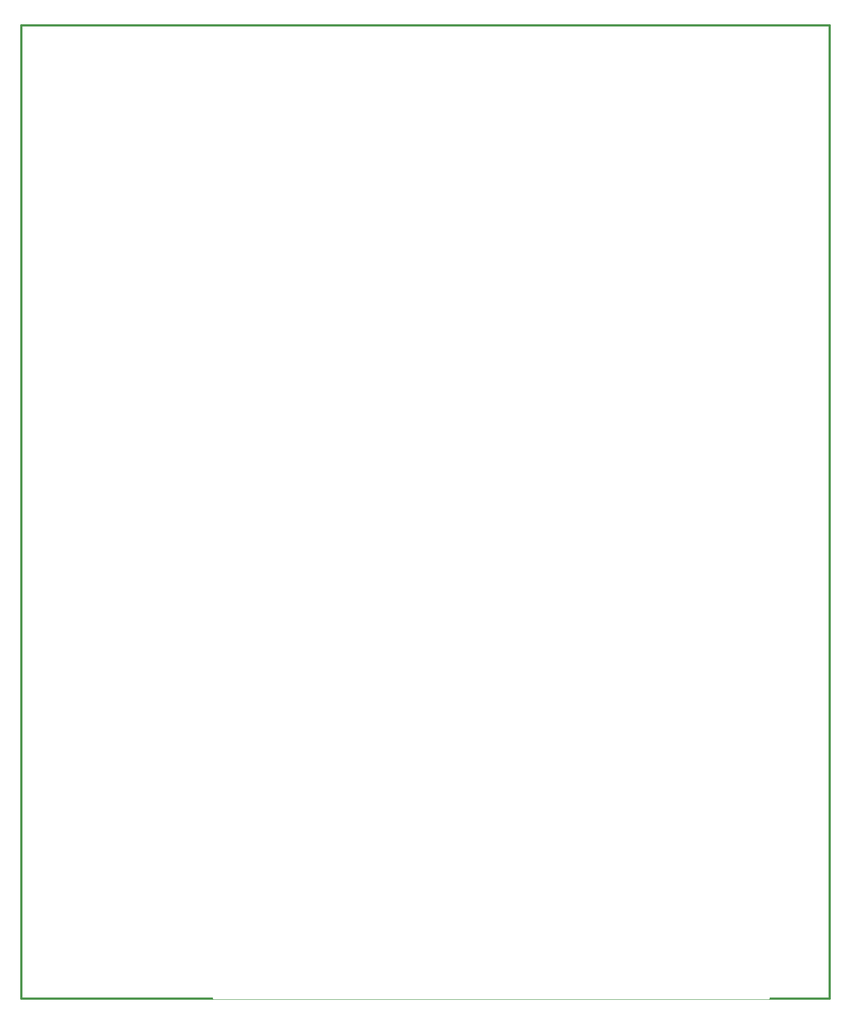
<source format=gbr>
G04 (created by PCBNEW-RS274X (2011-05-25)-stable) date Mon 18 Jun 2012 11:26:01 PM MDT*
G01*
G70*
G90*
%MOIN*%
G04 Gerber Fmt 3.4, Leading zero omitted, Abs format*
%FSLAX34Y34*%
G04 APERTURE LIST*
%ADD10C,0.006000*%
%ADD11C,0.015000*%
%ADD12C,0.085000*%
%ADD13R,0.080000X0.080000*%
%ADD14C,0.080000*%
%ADD15R,0.085000X0.140000*%
%ADD16R,0.260000X0.260000*%
%ADD17R,0.075000X0.075000*%
%ADD18C,0.075000*%
%ADD19C,0.320000*%
%ADD20O,0.110000X0.082000*%
%ADD21R,0.110000X0.082000*%
%ADD22O,0.082000X0.110000*%
%ADD23R,0.082000X0.110000*%
%ADD24C,0.090000*%
%ADD25R,0.090000X0.090000*%
%ADD26R,0.085000X0.085000*%
%ADD27R,0.140000X0.140000*%
%ADD28C,0.140000*%
%ADD29O,0.118400X0.090900*%
%ADD30R,0.147600X0.147600*%
%ADD31C,0.147600*%
%ADD32C,0.010000*%
G04 APERTURE END LIST*
G54D10*
G54D11*
X68250Y-04750D02*
X68250Y-77000D01*
X08250Y-04750D02*
X68250Y-04750D01*
X08250Y-77000D02*
X08250Y-04750D01*
X68250Y-77000D02*
X08250Y-77000D01*
%LPC*%
G54D12*
X52750Y-13500D03*
X52750Y-16500D03*
X63000Y-10500D03*
X66000Y-10500D03*
X57500Y-12250D03*
X57500Y-09250D03*
X62000Y-16500D03*
X62000Y-13500D03*
X54250Y-16500D03*
X54250Y-13500D03*
X60500Y-13500D03*
X60500Y-16500D03*
X59250Y-12500D03*
X59250Y-15500D03*
X51500Y-12500D03*
X51500Y-15500D03*
X58500Y-08000D03*
X58500Y-11000D03*
G54D13*
X55500Y-06250D03*
G54D14*
X56500Y-06250D03*
X57500Y-06250D03*
X58500Y-06250D03*
X59500Y-06250D03*
X60500Y-06250D03*
G54D15*
X65350Y-13750D03*
G54D16*
X66250Y-16250D03*
G54D15*
X67150Y-13750D03*
X55600Y-13750D03*
G54D16*
X56500Y-16250D03*
G54D15*
X57400Y-13750D03*
G54D17*
X52750Y-12500D03*
G54D18*
X52750Y-09500D03*
G54D19*
X66500Y-20250D03*
X52500Y-06750D03*
X52500Y-20250D03*
G54D18*
X56250Y-08250D03*
X57250Y-08250D03*
X56250Y-11500D03*
X56250Y-12500D03*
X63250Y-12000D03*
X63250Y-13000D03*
G54D17*
X60500Y-12500D03*
G54D18*
X60500Y-09500D03*
G54D17*
X39000Y-12500D03*
G54D18*
X39000Y-09500D03*
X41750Y-12000D03*
X41750Y-13000D03*
X34750Y-11500D03*
X34750Y-12500D03*
X34750Y-08250D03*
X35750Y-08250D03*
G54D19*
X31000Y-20250D03*
X31000Y-06750D03*
X45000Y-20250D03*
G54D17*
X31250Y-12500D03*
G54D18*
X31250Y-09500D03*
G54D15*
X34100Y-13750D03*
G54D16*
X35000Y-16250D03*
G54D15*
X35900Y-13750D03*
X43850Y-13750D03*
G54D16*
X44750Y-16250D03*
G54D15*
X45650Y-13750D03*
G54D13*
X34000Y-06250D03*
G54D14*
X35000Y-06250D03*
X36000Y-06250D03*
X37000Y-06250D03*
X38000Y-06250D03*
X39000Y-06250D03*
G54D12*
X37000Y-08000D03*
X37000Y-11000D03*
X30000Y-12500D03*
X30000Y-15500D03*
X37750Y-12500D03*
X37750Y-15500D03*
X39000Y-13500D03*
X39000Y-16500D03*
X32750Y-16500D03*
X32750Y-13500D03*
X40500Y-16500D03*
X40500Y-13500D03*
X36000Y-12250D03*
X36000Y-09250D03*
X41500Y-10500D03*
X44500Y-10500D03*
X31250Y-13500D03*
X31250Y-16500D03*
G54D13*
X45000Y-35250D03*
G54D14*
X46000Y-35250D03*
X47000Y-35250D03*
G54D13*
X45000Y-36750D03*
G54D14*
X46000Y-36750D03*
X47000Y-36750D03*
G54D13*
X45000Y-33750D03*
G54D14*
X46000Y-33750D03*
X47000Y-33750D03*
G54D13*
X14000Y-72000D03*
G54D14*
X15000Y-72000D03*
X16000Y-72000D03*
X17000Y-72000D03*
X18000Y-72000D03*
X19000Y-72000D03*
G54D13*
X26500Y-72000D03*
G54D14*
X27500Y-72000D03*
X28500Y-72000D03*
X29500Y-72000D03*
X30500Y-72000D03*
X31500Y-72000D03*
G54D20*
X29250Y-45000D03*
X29250Y-46000D03*
X29250Y-47000D03*
X29250Y-48000D03*
X29250Y-49000D03*
X29250Y-50000D03*
X29250Y-51000D03*
X29250Y-52000D03*
X29250Y-53000D03*
X29250Y-54000D03*
X29250Y-55000D03*
X29250Y-56000D03*
X29250Y-57000D03*
G54D21*
X29250Y-44000D03*
G54D20*
X32250Y-57000D03*
X32250Y-56000D03*
X32250Y-55000D03*
X32250Y-54000D03*
X32250Y-53000D03*
X32250Y-52000D03*
X32250Y-51000D03*
X32250Y-50000D03*
X32250Y-49000D03*
X32250Y-48000D03*
X32250Y-47000D03*
X32250Y-46000D03*
X32250Y-45000D03*
X32250Y-44000D03*
G54D22*
X14250Y-60500D03*
X15250Y-60500D03*
X16250Y-60500D03*
X17250Y-60500D03*
X18250Y-60500D03*
X19250Y-60500D03*
X20250Y-60500D03*
X21250Y-60500D03*
X22250Y-60500D03*
X23250Y-60500D03*
X24250Y-60500D03*
X25250Y-60500D03*
X26250Y-60500D03*
G54D23*
X13250Y-60500D03*
G54D22*
X26250Y-57500D03*
X25250Y-57500D03*
X24250Y-57500D03*
X23250Y-57500D03*
X22250Y-57500D03*
X21250Y-57500D03*
X20250Y-57500D03*
X19250Y-57500D03*
X18250Y-57500D03*
X17250Y-57500D03*
X16250Y-57500D03*
X15250Y-57500D03*
X14250Y-57500D03*
X13250Y-57500D03*
G54D23*
X29750Y-63000D03*
G54D22*
X30750Y-63000D03*
X31750Y-63000D03*
X32750Y-63000D03*
X33750Y-63000D03*
X34750Y-63000D03*
X35750Y-63000D03*
X36750Y-63000D03*
X37750Y-63000D03*
X37750Y-60000D03*
X36750Y-60000D03*
X35750Y-60000D03*
X34750Y-60000D03*
X33750Y-60000D03*
X32750Y-60000D03*
X31750Y-60000D03*
X30750Y-60000D03*
X29750Y-60000D03*
G54D24*
X62750Y-58500D03*
G54D25*
X66750Y-58500D03*
G54D17*
X65750Y-65000D03*
G54D18*
X62750Y-65000D03*
X49000Y-39000D03*
X47000Y-39000D03*
X54750Y-63500D03*
X52750Y-63500D03*
X35250Y-30250D03*
X35250Y-28250D03*
X57000Y-39000D03*
X57000Y-40000D03*
X49850Y-57600D03*
X51850Y-57600D03*
X57000Y-38000D03*
X57000Y-37000D03*
G54D13*
X39000Y-72000D03*
G54D14*
X40000Y-72000D03*
X41000Y-72000D03*
X42000Y-72000D03*
X43000Y-72000D03*
X44000Y-72000D03*
G54D25*
X46750Y-52000D03*
G54D24*
X46750Y-54000D03*
G54D18*
X63000Y-47000D03*
X63000Y-45000D03*
G54D24*
X46750Y-63000D03*
G54D25*
X46750Y-58000D03*
G54D24*
X55750Y-67500D03*
G54D25*
X51750Y-67500D03*
G54D17*
X57250Y-62000D03*
G54D18*
X57250Y-65000D03*
G54D17*
X57850Y-57000D03*
G54D18*
X54850Y-57000D03*
G54D13*
X52500Y-72000D03*
G54D14*
X53500Y-72000D03*
X54500Y-72000D03*
X55500Y-72000D03*
X56500Y-72000D03*
X57500Y-72000D03*
G54D20*
X53500Y-46000D03*
X53500Y-45000D03*
X53500Y-44000D03*
X53500Y-43000D03*
X53500Y-42000D03*
X53500Y-41000D03*
X53500Y-40000D03*
X53500Y-39000D03*
X53500Y-38000D03*
X53500Y-37000D03*
X53500Y-36000D03*
X53500Y-35000D03*
X53500Y-34000D03*
G54D21*
X53500Y-47000D03*
G54D20*
X50500Y-34000D03*
X50500Y-35000D03*
X50500Y-36000D03*
X50500Y-37000D03*
X50500Y-38000D03*
X50500Y-39000D03*
X50500Y-40000D03*
X50500Y-41000D03*
X50500Y-42000D03*
X50500Y-43000D03*
X50500Y-44000D03*
X50500Y-45000D03*
X50500Y-46000D03*
X50500Y-47000D03*
G54D13*
X48750Y-28750D03*
G54D14*
X48750Y-27750D03*
X49750Y-28750D03*
X49750Y-27750D03*
X50750Y-28750D03*
X50750Y-27750D03*
G54D18*
X67000Y-47000D03*
X67000Y-49000D03*
X64000Y-47000D03*
X64000Y-49000D03*
G54D26*
X48750Y-64500D03*
G54D12*
X49750Y-64500D03*
G54D25*
X42250Y-59000D03*
G54D24*
X44250Y-59000D03*
G54D18*
X44250Y-56000D03*
X42250Y-56000D03*
G54D25*
X56250Y-54000D03*
G54D24*
X56250Y-52000D03*
G54D26*
X51250Y-60000D03*
G54D12*
X51250Y-61000D03*
G54D18*
X54250Y-61500D03*
X54250Y-59500D03*
X47000Y-40000D03*
X49000Y-40000D03*
G54D12*
X47250Y-66500D03*
X44250Y-66500D03*
X44250Y-65500D03*
X47250Y-65500D03*
X66250Y-54000D03*
X66250Y-57000D03*
X64250Y-57000D03*
X64250Y-54000D03*
X25250Y-56000D03*
X25250Y-53000D03*
X50500Y-26000D03*
X53500Y-26000D03*
G54D17*
X44750Y-63500D03*
G54D18*
X43750Y-63500D03*
X43750Y-62500D03*
G54D24*
X55250Y-37500D03*
X55250Y-39500D03*
G54D23*
X23750Y-41500D03*
G54D22*
X24750Y-41500D03*
X25750Y-41500D03*
X26750Y-41500D03*
X27750Y-41500D03*
X28750Y-41500D03*
X29750Y-41500D03*
X30750Y-41500D03*
X31750Y-41500D03*
X31750Y-38500D03*
X30750Y-38500D03*
X29750Y-38500D03*
X28750Y-38500D03*
X27750Y-38500D03*
X26750Y-38500D03*
X25750Y-38500D03*
X24750Y-38500D03*
X23750Y-38500D03*
G54D23*
X13750Y-41500D03*
G54D22*
X14750Y-41500D03*
X15750Y-41500D03*
X16750Y-41500D03*
X17750Y-41500D03*
X18750Y-41500D03*
X19750Y-41500D03*
X20750Y-41500D03*
X21750Y-41500D03*
X21750Y-38500D03*
X20750Y-38500D03*
X19750Y-38500D03*
X18750Y-38500D03*
X17750Y-38500D03*
X16750Y-38500D03*
X15750Y-38500D03*
X14750Y-38500D03*
X13750Y-38500D03*
G54D23*
X13250Y-56000D03*
G54D22*
X14250Y-56000D03*
X15250Y-56000D03*
X16250Y-56000D03*
X17250Y-56000D03*
X18250Y-56000D03*
X19250Y-56000D03*
X20250Y-56000D03*
X21250Y-56000D03*
X21250Y-53000D03*
X20250Y-53000D03*
X19250Y-53000D03*
X18250Y-53000D03*
X17250Y-53000D03*
X16250Y-53000D03*
X15250Y-53000D03*
X14250Y-53000D03*
X13250Y-53000D03*
G54D23*
X21250Y-63000D03*
G54D22*
X20250Y-63000D03*
X19250Y-63000D03*
X18250Y-63000D03*
X17250Y-63000D03*
X16250Y-63000D03*
X15250Y-63000D03*
X14250Y-63000D03*
X13250Y-63000D03*
X13250Y-66000D03*
X14250Y-66000D03*
X15250Y-66000D03*
X16250Y-66000D03*
X17250Y-66000D03*
X18250Y-66000D03*
X19250Y-66000D03*
X20250Y-66000D03*
X21250Y-66000D03*
G54D12*
X63750Y-33250D03*
X60750Y-33250D03*
X63750Y-31500D03*
X60750Y-31500D03*
G54D27*
X36250Y-27000D03*
G54D28*
X22250Y-27000D03*
G54D12*
X33750Y-56000D03*
X36750Y-56000D03*
G54D23*
X21750Y-34000D03*
G54D22*
X20750Y-34000D03*
X19750Y-34000D03*
X18750Y-34000D03*
X17750Y-34000D03*
X16750Y-34000D03*
X15750Y-34000D03*
X14750Y-34000D03*
X14750Y-37000D03*
X15750Y-37000D03*
X16750Y-37000D03*
X17750Y-37000D03*
X18750Y-37000D03*
X19750Y-37000D03*
X20750Y-37000D03*
X21750Y-37000D03*
G54D23*
X22750Y-37000D03*
G54D22*
X23750Y-37000D03*
X24750Y-37000D03*
X25750Y-37000D03*
X26750Y-37000D03*
X27750Y-37000D03*
X28750Y-37000D03*
X29750Y-37000D03*
X29750Y-34000D03*
X28750Y-34000D03*
X27750Y-34000D03*
X26750Y-34000D03*
X25750Y-34000D03*
X24750Y-34000D03*
X23750Y-34000D03*
X22750Y-34000D03*
G54D13*
X66250Y-45500D03*
G54D14*
X66250Y-44500D03*
X66250Y-43500D03*
X66250Y-42500D03*
X66250Y-41500D03*
X66250Y-40500D03*
G54D29*
X58754Y-60000D03*
X58754Y-58622D03*
X58754Y-61378D03*
X59935Y-60709D03*
X59935Y-59291D03*
G54D19*
X10750Y-27000D03*
X65750Y-27000D03*
X10750Y-72000D03*
X65750Y-72000D03*
G54D17*
X29750Y-64500D03*
G54D18*
X30750Y-64500D03*
X31750Y-64500D03*
X32750Y-64500D03*
X33750Y-64500D03*
X34750Y-64500D03*
X35750Y-64500D03*
X36750Y-64500D03*
X37750Y-64500D03*
G54D12*
X61250Y-41250D03*
X61250Y-38250D03*
X61250Y-43000D03*
X61250Y-46000D03*
X33750Y-54000D03*
X36750Y-54000D03*
X23250Y-56000D03*
X23250Y-53000D03*
G54D13*
X31750Y-66000D03*
G54D14*
X30750Y-66000D03*
X29750Y-66000D03*
G54D13*
X34250Y-39000D03*
G54D14*
X34250Y-40000D03*
X34250Y-41000D03*
G54D13*
X11250Y-39000D03*
G54D14*
X11250Y-40000D03*
X11250Y-41000D03*
G54D13*
X10750Y-53500D03*
G54D14*
X10750Y-54500D03*
X10750Y-55500D03*
G54D13*
X10750Y-63500D03*
G54D14*
X10750Y-64500D03*
X10750Y-65500D03*
G54D23*
X13250Y-51500D03*
G54D22*
X14250Y-51500D03*
X15250Y-51500D03*
X16250Y-51500D03*
X17250Y-51500D03*
X18250Y-51500D03*
X19250Y-51500D03*
X20250Y-51500D03*
X20250Y-48500D03*
X19250Y-48500D03*
X18250Y-48500D03*
X17250Y-48500D03*
X16250Y-48500D03*
X15250Y-48500D03*
X14250Y-48500D03*
X13250Y-48500D03*
G54D13*
X21750Y-31000D03*
G54D14*
X20750Y-31000D03*
X19750Y-31000D03*
X18750Y-31000D03*
X17750Y-31000D03*
G54D13*
X31750Y-31000D03*
G54D14*
X30750Y-31000D03*
X29750Y-31000D03*
X28750Y-31000D03*
X27750Y-31000D03*
G54D13*
X36750Y-66000D03*
G54D14*
X35750Y-66000D03*
X34750Y-66000D03*
X33750Y-66000D03*
X32750Y-66000D03*
G54D13*
X20250Y-45500D03*
G54D14*
X19250Y-45500D03*
X18250Y-45500D03*
X17250Y-45500D03*
X16250Y-45500D03*
G54D17*
X59500Y-42750D03*
G54D18*
X59500Y-41750D03*
X58500Y-41750D03*
G54D17*
X60500Y-37250D03*
G54D18*
X60500Y-36250D03*
X59500Y-36250D03*
G54D13*
X55500Y-27750D03*
G54D14*
X55500Y-28750D03*
G54D13*
X53250Y-27750D03*
G54D14*
X53250Y-28750D03*
G54D13*
X16750Y-31000D03*
G54D14*
X15750Y-31000D03*
X14750Y-31000D03*
X13750Y-31000D03*
X12750Y-31000D03*
G54D13*
X26750Y-31000D03*
G54D14*
X25750Y-31000D03*
X24750Y-31000D03*
X23750Y-31000D03*
X22750Y-31000D03*
G54D13*
X15250Y-45500D03*
G54D14*
X14250Y-45500D03*
X13250Y-45500D03*
X12250Y-45500D03*
X11250Y-45500D03*
G54D12*
X57250Y-26250D03*
X60250Y-26250D03*
G54D13*
X46750Y-44000D03*
G54D14*
X47750Y-44000D03*
X48750Y-44000D03*
G54D13*
X58750Y-29750D03*
G54D14*
X58750Y-28750D03*
X58750Y-27750D03*
G54D15*
X62100Y-66750D03*
G54D16*
X63000Y-69250D03*
G54D15*
X63900Y-66750D03*
G54D24*
X58550Y-66600D03*
X65550Y-66600D03*
G54D30*
X50250Y-55000D03*
G54D31*
X52250Y-53000D03*
G54D30*
X59750Y-55300D03*
G54D31*
X61750Y-53300D03*
G54D12*
X10250Y-13500D03*
X10250Y-16500D03*
X20500Y-10500D03*
X23500Y-10500D03*
X15000Y-12250D03*
X15000Y-09250D03*
X19500Y-16500D03*
X19500Y-13500D03*
X11750Y-16500D03*
X11750Y-13500D03*
X18000Y-13500D03*
X18000Y-16500D03*
X16750Y-12500D03*
X16750Y-15500D03*
X09000Y-12500D03*
X09000Y-15500D03*
X16000Y-08000D03*
X16000Y-11000D03*
G54D13*
X13000Y-06250D03*
G54D14*
X14000Y-06250D03*
X15000Y-06250D03*
X16000Y-06250D03*
X17000Y-06250D03*
X18000Y-06250D03*
G54D15*
X22850Y-13750D03*
G54D16*
X23750Y-16250D03*
G54D15*
X24650Y-13750D03*
X13100Y-13750D03*
G54D16*
X14000Y-16250D03*
G54D15*
X14900Y-13750D03*
G54D17*
X10250Y-12500D03*
G54D18*
X10250Y-09500D03*
G54D19*
X24000Y-20250D03*
X10000Y-06750D03*
X10000Y-20250D03*
G54D18*
X13750Y-08250D03*
X14750Y-08250D03*
X13750Y-11500D03*
X13750Y-12500D03*
X20750Y-12000D03*
X20750Y-13000D03*
G54D17*
X18000Y-12500D03*
G54D18*
X18000Y-09500D03*
G54D10*
G36*
X63750Y-77000D02*
X63750Y-68000D01*
X61500Y-68000D01*
X60500Y-69000D01*
X60500Y-73000D01*
X50500Y-73000D01*
X49000Y-71500D01*
X47500Y-71500D01*
X47500Y-73250D01*
X37500Y-73250D01*
X36250Y-72000D01*
X35000Y-72000D01*
X35000Y-73250D01*
X25250Y-73250D01*
X23750Y-71750D01*
X22500Y-71750D01*
X22500Y-77000D01*
X63750Y-77000D01*
X63750Y-77000D01*
G37*
G54D32*
X63750Y-77000D02*
X63750Y-68000D01*
X61500Y-68000D01*
X60500Y-69000D01*
X60500Y-73000D01*
X50500Y-73000D01*
X49000Y-71500D01*
X47500Y-71500D01*
X47500Y-73250D01*
X37500Y-73250D01*
X36250Y-72000D01*
X35000Y-72000D01*
X35000Y-73250D01*
X25250Y-73250D01*
X23750Y-71750D01*
X22500Y-71750D01*
X22500Y-77000D01*
X63750Y-77000D01*
G54D10*
G36*
X20250Y-20500D02*
X23000Y-18000D01*
X25250Y-18000D01*
X25250Y-15250D01*
X21000Y-15250D01*
X19000Y-18500D01*
X19000Y-20500D01*
X20250Y-20500D01*
X20250Y-20500D01*
G37*
G54D32*
X20250Y-20500D02*
X23000Y-18000D01*
X25250Y-18000D01*
X25250Y-15250D01*
X21000Y-15250D01*
X19000Y-18500D01*
X19000Y-20500D01*
X20250Y-20500D01*
G54D10*
G36*
X15500Y-20500D02*
X15500Y-15250D01*
X12500Y-15250D01*
X12500Y-17750D01*
X14000Y-18250D01*
X14000Y-20500D01*
X15500Y-20500D01*
X15500Y-20500D01*
G37*
G54D32*
X15500Y-20500D02*
X15500Y-15250D01*
X12500Y-15250D01*
X12500Y-17750D01*
X14000Y-18250D01*
X14000Y-20500D01*
X15500Y-20500D01*
G54D10*
G36*
X41250Y-20500D02*
X44000Y-18000D01*
X46250Y-18000D01*
X46250Y-15250D01*
X42000Y-15250D01*
X40000Y-18500D01*
X40000Y-20500D01*
X41250Y-20500D01*
X41250Y-20500D01*
G37*
G54D32*
X41250Y-20500D02*
X44000Y-18000D01*
X46250Y-18000D01*
X46250Y-15250D01*
X42000Y-15250D01*
X40000Y-18500D01*
X40000Y-20500D01*
X41250Y-20500D01*
G54D10*
G36*
X36500Y-20500D02*
X36500Y-15250D01*
X33500Y-15250D01*
X33500Y-17750D01*
X35000Y-18250D01*
X35000Y-20500D01*
X36500Y-20500D01*
X36500Y-20500D01*
G37*
G54D32*
X36500Y-20500D02*
X36500Y-15250D01*
X33500Y-15250D01*
X33500Y-17750D01*
X35000Y-18250D01*
X35000Y-20500D01*
X36500Y-20500D01*
G54D10*
G36*
X62750Y-20500D02*
X65500Y-18000D01*
X67750Y-18000D01*
X67750Y-15250D01*
X63500Y-15250D01*
X61500Y-18500D01*
X61500Y-20500D01*
X62750Y-20500D01*
X62750Y-20500D01*
G37*
G54D32*
X62750Y-20500D02*
X65500Y-18000D01*
X67750Y-18000D01*
X67750Y-15250D01*
X63500Y-15250D01*
X61500Y-18500D01*
X61500Y-20500D01*
X62750Y-20500D01*
G54D10*
G36*
X58000Y-20500D02*
X58000Y-15250D01*
X55000Y-15250D01*
X55000Y-17750D01*
X56500Y-18250D01*
X56500Y-20500D01*
X58000Y-20500D01*
X58000Y-20500D01*
G37*
G54D32*
X58000Y-20500D02*
X58000Y-15250D01*
X55000Y-15250D01*
X55000Y-17750D01*
X56500Y-18250D01*
X56500Y-20500D01*
X58000Y-20500D01*
M02*

</source>
